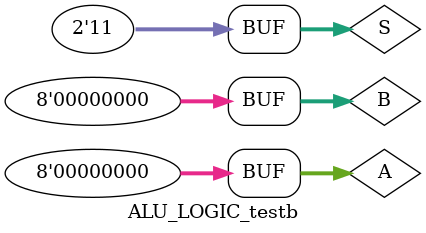
<source format=v>

`timescale 1ns/1ps

module ALU_LOGIC_testb;
	reg [7:0] A;
	reg [7:0] B;
	reg [1:0] S;

	wire [7:0] OUT;

ALU_Logic ALUL(
	.A(A),
	.B(B),
	.S(S),

	.OUT(OUT)
);

//00 -> AND
//01 -> OR 
//10 -> XOR
//11 -> NOT

initial begin
	A = 10;
	B = 10;
	S = 0;

#10; // Wait 10 ns 

	A = 20;
	B = 10;
	S = 1;

#10; // Wait 10 ns 

	A = 3;
	B = 5;
	S = 2;

#10; // Wait 10 ns 
	
	A = 0;
	B = 0;
	S = 3;

#10; // Wait 10 ns 

end 
endmodule
</source>
